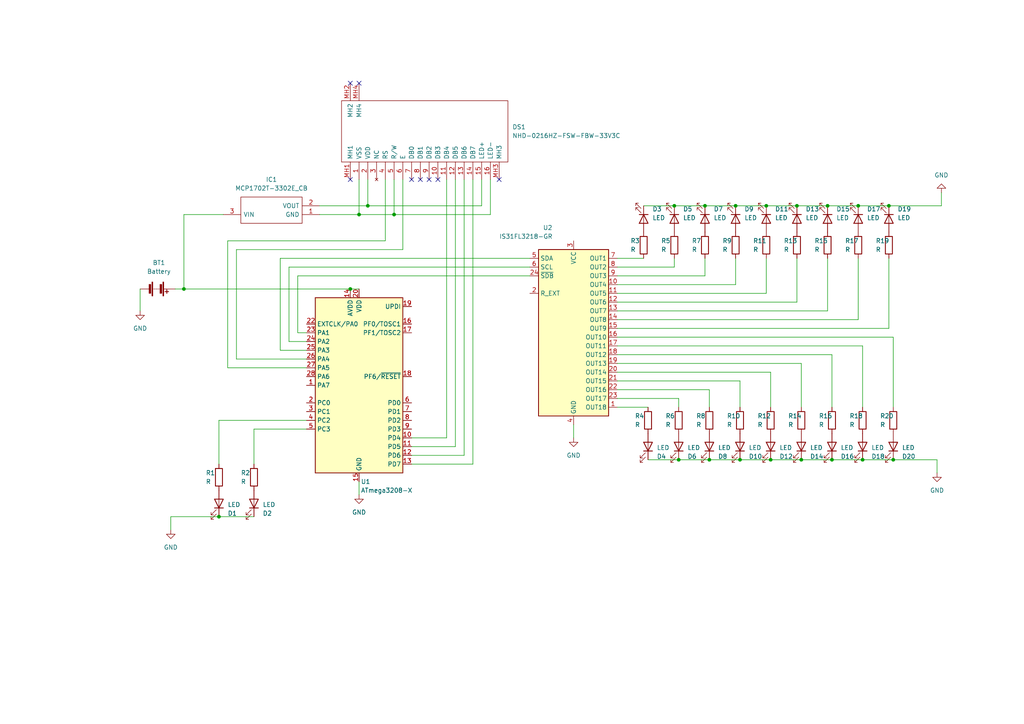
<source format=kicad_sch>
(kicad_sch (version 20211123) (generator eeschema)
  (paper "A4")
  (lib_symbols
    (symbol "Device:Battery" (pin_numbers hide) (pin_names (offset 0) hide)
      (property "Reference" "BT" (at 2.54 2.54 0))
      (property "Value" "Battery" (at 2.54 0 0))
      (symbol "Battery_0_1"
        (rectangle (start -2.032 -1.397) (end 2.032 -1.651) (fill (type outline)))
        (rectangle (start -2.032 1.778) (end 2.032 1.524) (fill (type outline)))
        (rectangle (start -1.3208 -1.9812) (end 1.27 -2.4892) (fill (type outline)))
        (rectangle (start -1.3208 1.1938) (end 1.27 0.6858) (fill (type outline)))
        (polyline (pts (xy 0 -1.524) (xy 0 -1.27)))
        (polyline (pts (xy 0 -1.016) (xy 0 -0.762)))
        (polyline (pts (xy 0 -0.508) (xy 0 -0.254)))
        (polyline (pts (xy 0 0) (xy 0 0.254)))
        (polyline (pts (xy 0 0.508) (xy 0 0.762)))
        (polyline (pts (xy 0 1.778) (xy 0 2.54)))
        (polyline (pts (xy 0.254 2.667) (xy 1.27 2.667)) (stroke (width 0.254)))
        (polyline (pts (xy 0.762 3.175) (xy 0.762 2.159)) (stroke (width 0.254)))
      )
      (symbol "Battery_1_1"
        (pin passive line (at 0 5.08 270) (length 2.54) (name "+") (number "1"))
        (pin passive line (at 0 -5.08 90) (length 2.54) (name "-") (number "2"))
      )
    )
    (symbol "Device:LED" (pin_numbers hide) (pin_names (offset 1.016) hide)
      (property "Reference" "D" (at 0 2.54 0))
      (property "Value" "LED" (at 0 -2.54 0))
      (symbol "LED_0_1"
        (polyline (pts (xy -1.27 -1.27) (xy -1.27 1.27)) (stroke (width 0.254)))
        (polyline (pts (xy -1.27 0) (xy 1.27 0)))
        (polyline (pts (xy 1.27 -1.27) (xy 1.27 1.27) (xy -1.27 0) (xy 1.27 -1.27)) (stroke (width 0.254)))
        (polyline (pts (xy -3.048 -0.762) (xy -4.572 -2.286) (xy -3.81 -2.286) (xy -4.572 -2.286) (xy -4.572 -1.524)))
        (polyline (pts (xy -1.778 -0.762) (xy -3.302 -2.286) (xy -2.54 -2.286) (xy -3.302 -2.286) (xy -3.302 -1.524)))
      )
      (symbol "LED_1_1"
        (pin passive line (at -3.81 0 0) (length 2.54) (name "K") (number "1"))
        (pin passive line (at 3.81 0 180) (length 2.54) (name "A") (number "2"))
      )
    )
    (symbol "Device:R" (pin_numbers hide) (pin_names (offset 0))
      (property "Reference" "R" (at 2.032 0 90))
      (property "Value" "R" (at 0 0 90))
      (symbol "R_0_1"
        (rectangle (start -1.016 -2.54) (end 1.016 2.54) (stroke (width 0.254)))
      )
      (symbol "R_1_1"
        (pin passive line (at 0 3.81 270) (length 1.27) (name "~") (number "1"))
        (pin passive line (at 0 -3.81 90) (length 1.27) (name "~") (number "2"))
      )
    )
    (symbol "Driver_LED:IS31FL3218-GR"
      (property "Reference" "U" (at -10.16 26.035 0))
      (property "Value" "IS31FL3218-GR" (at 2.54 -24.13 0))
      (symbol "IS31FL3218-GR_0_1"
        (rectangle (start -10.16 25.4) (end 10.16 -22.86) (stroke (width 0.254)) (fill (type background)))
      )
      (symbol "IS31FL3218-GR_1_1"
        (pin open_collector line (at 12.7 -20.32 180) (length 2.54) (name "OUT18") (number "1"))
        (pin open_collector line (at 12.7 15.24 180) (length 2.54) (name "OUT4") (number "10"))
        (pin open_collector line (at 12.7 12.7 180) (length 2.54) (name "OUT5") (number "11"))
        (pin open_collector line (at 12.7 10.16 180) (length 2.54) (name "OUT6") (number "12"))
        (pin open_collector line (at 12.7 7.62 180) (length 2.54) (name "OUT7") (number "13"))
        (pin open_collector line (at 12.7 5.08 180) (length 2.54) (name "OUT8") (number "14"))
        (pin open_collector line (at 12.7 2.54 180) (length 2.54) (name "OUT9") (number "15"))
        (pin open_collector line (at 12.7 0 180) (length 2.54) (name "OUT10") (number "16"))
        (pin open_collector line (at 12.7 -2.54 180) (length 2.54) (name "OUT11") (number "17"))
        (pin open_collector line (at 12.7 -5.08 180) (length 2.54) (name "OUT12") (number "18"))
        (pin open_collector line (at 12.7 -7.62 180) (length 2.54) (name "OUT13") (number "19"))
        (pin passive line (at -12.7 12.7 0) (length 2.54) (name "R_EXT") (number "2"))
        (pin open_collector line (at 12.7 -10.16 180) (length 2.54) (name "OUT14") (number "20"))
        (pin open_collector line (at 12.7 -12.7 180) (length 2.54) (name "OUT15") (number "21"))
        (pin open_collector line (at 12.7 -15.24 180) (length 2.54) (name "OUT16") (number "22"))
        (pin open_collector line (at 12.7 -17.78 180) (length 2.54) (name "OUT17") (number "23"))
        (pin input line (at -12.7 17.78 0) (length 2.54) (name "~{SDB}") (number "24"))
        (pin power_in line (at 0 27.94 270) (length 2.54) (name "VCC") (number "3"))
        (pin power_in line (at 0 -25.4 90) (length 2.54) (name "GND") (number "4"))
        (pin bidirectional line (at -12.7 22.86 0) (length 2.54) (name "SDA") (number "5"))
        (pin input line (at -12.7 20.32 0) (length 2.54) (name "SCL") (number "6"))
        (pin open_collector line (at 12.7 22.86 180) (length 2.54) (name "OUT1") (number "7"))
        (pin open_collector line (at 12.7 20.32 180) (length 2.54) (name "OUT2") (number "8"))
        (pin open_collector line (at 12.7 17.78 180) (length 2.54) (name "OUT3") (number "9"))
      )
    )
    (symbol "MCU_Microchip_ATmega:ATmega3208-X"
      (property "Reference" "U" (at -12.7 26.67 0))
      (property "Value" "ATmega3208-X" (at 2.54 -26.67 0))
      (symbol "ATmega3208-X_0_1"
        (rectangle (start -12.7 -25.4) (end 12.7 25.4) (stroke (width 0.254)) (fill (type background)))
      )
      (symbol "ATmega3208-X_1_1"
        (pin bidirectional line (at 15.24 0 180) (length 2.54) (name "PA7") (number "1"))
        (pin bidirectional line (at -15.24 -15.24 0) (length 2.54) (name "PD4") (number "10"))
        (pin bidirectional line (at -15.24 -17.78 0) (length 2.54) (name "PD5") (number "11"))
        (pin bidirectional line (at -15.24 -20.32 0) (length 2.54) (name "PD6") (number "12"))
        (pin bidirectional line (at -15.24 -22.86 0) (length 2.54) (name "PD7") (number "13"))
        (pin power_in line (at 2.54 27.94 270) (length 2.54) (name "AVDD") (number "14"))
        (pin power_in line (at 0 -27.94 90) (length 2.54) (name "GND") (number "15"))
        (pin bidirectional line (at -15.24 17.78 0) (length 2.54) (name "PF0/TOSC1") (number "16"))
        (pin bidirectional line (at -15.24 15.24 0) (length 2.54) (name "PF1/TOSC2") (number "17"))
        (pin bidirectional line (at -15.24 2.54 0) (length 2.54) (name "PF6/~{RESET}") (number "18"))
        (pin bidirectional line (at -15.24 22.86 0) (length 2.54) (name "UPDI") (number "19"))
        (pin bidirectional line (at 15.24 -5.08 180) (length 2.54) (name "PC0") (number "2"))
        (pin power_in line (at 0 27.94 270) (length 2.54) (name "VDD") (number "20"))
        (pin passive line (at 0 -27.94 90) (length 2.54) hide (name "GND") (number "21"))
        (pin bidirectional line (at 15.24 17.78 180) (length 2.54) (name "EXTCLK/PA0") (number "22"))
        (pin bidirectional line (at 15.24 15.24 180) (length 2.54) (name "PA1") (number "23"))
        (pin bidirectional line (at 15.24 12.7 180) (length 2.54) (name "PA2") (number "24"))
        (pin bidirectional line (at 15.24 10.16 180) (length 2.54) (name "PA3") (number "25"))
        (pin bidirectional line (at 15.24 7.62 180) (length 2.54) (name "PA4") (number "26"))
        (pin bidirectional line (at 15.24 5.08 180) (length 2.54) (name "PA5") (number "27"))
        (pin bidirectional line (at 15.24 2.54 180) (length 2.54) (name "PA6") (number "28"))
        (pin bidirectional line (at 15.24 -7.62 180) (length 2.54) (name "PC1") (number "3"))
        (pin bidirectional line (at 15.24 -10.16 180) (length 2.54) (name "PC2") (number "4"))
        (pin bidirectional line (at 15.24 -12.7 180) (length 2.54) (name "PC3") (number "5"))
        (pin bidirectional line (at -15.24 -5.08 0) (length 2.54) (name "PD0") (number "6"))
        (pin bidirectional line (at -15.24 -7.62 0) (length 2.54) (name "PD1") (number "7"))
        (pin bidirectional line (at -15.24 -10.16 0) (length 2.54) (name "PD2") (number "8"))
        (pin bidirectional line (at -15.24 -12.7 0) (length 2.54) (name "PD3") (number "9"))
      )
    )
    (symbol "SamacSys:MCP1702T-3302E_CB" (pin_names (offset 0.762))
      (property "Reference" "IC" (at 24.13 7.62 0))
      (property "Value" "MCP1702T-3302E_CB" (at 24.13 5.08 0))
      (symbol "MCP1702T-3302E_CB_0_0"
        (pin passive line (at 0 0 0) (length 5.08) (name "GND") (number "1"))
        (pin passive line (at 0 -2.54 0) (length 5.08) (name "VOUT") (number "2"))
        (pin passive line (at 27.94 0 180) (length 5.08) (name "VIN") (number "3"))
      )
      (symbol "MCP1702T-3302E_CB_0_1"
        (polyline (pts (xy 5.08 2.54) (xy 22.86 2.54) (xy 22.86 -5.08) (xy 5.08 -5.08) (xy 5.08 2.54)) (stroke (width 0.1524)))
      )
    )
    (symbol "SamacSys:NHD-0216HZ-FSW-FBW-33V3C" (pin_names (offset 0.762))
      (property "Reference" "DS" (at 24.13 7.62 0))
      (property "Value" "NHD-0216HZ-FSW-FBW-33V3C" (at 24.13 5.08 0))
      (symbol "NHD-0216HZ-FSW-FBW-33V3C_0_0"
        (pin passive line (at 0 -2.54 0) (length 5.08) (name "VSS") (number "1"))
        (pin passive line (at 0 -25.4 0) (length 5.08) (name "DB3") (number "10"))
        (pin passive line (at 0 -27.94 0) (length 5.08) (name "DB4") (number "11"))
        (pin passive line (at 0 -30.48 0) (length 5.08) (name "DB5") (number "12"))
        (pin passive line (at 0 -33.02 0) (length 5.08) (name "DB6") (number "13"))
        (pin passive line (at 0 -35.56 0) (length 5.08) (name "DB7") (number "14"))
        (pin passive line (at 0 -38.1 0) (length 5.08) (name "LED+") (number "15"))
        (pin passive line (at 0 -40.64 0) (length 5.08) (name "LED-") (number "16"))
        (pin passive line (at 0 -5.08 0) (length 5.08) (name "VDD") (number "2"))
        (pin no_connect line (at 0 -7.62 0) (length 5.08) (name "NC") (number "3"))
        (pin passive line (at 0 -10.16 0) (length 5.08) (name "RS") (number "4"))
        (pin passive line (at 0 -12.7 0) (length 5.08) (name "R/W") (number "5"))
        (pin passive line (at 0 -15.24 0) (length 5.08) (name "E") (number "6"))
        (pin passive line (at 0 -17.78 0) (length 5.08) (name "DB0") (number "7"))
        (pin passive line (at 0 -20.32 0) (length 5.08) (name "DB1") (number "8"))
        (pin passive line (at 0 -22.86 0) (length 5.08) (name "DB2") (number "9"))
        (pin passive line (at 0 0 0) (length 5.08) (name "MH1") (number "MH1"))
        (pin passive line (at 27.94 0 180) (length 5.08) (name "MH2") (number "MH2"))
        (pin passive line (at 0 -43.18 0) (length 5.08) (name "MH3") (number "MH3"))
        (pin passive line (at 27.94 -2.54 180) (length 5.08) (name "MH4") (number "MH4"))
      )
      (symbol "NHD-0216HZ-FSW-FBW-33V3C_0_1"
        (polyline (pts (xy 5.08 2.54) (xy 22.86 2.54) (xy 22.86 -45.72) (xy 5.08 -45.72) (xy 5.08 2.54)) (stroke (width 0.1524)))
      )
    )
    (symbol "power:GND" (power) (pin_names (offset 0))
      (property "Value" "GND" (at 0 -3.81 0))
      (symbol "GND_0_1"
        (polyline (pts (xy 0 0) (xy 0 -1.27) (xy 1.27 -1.27) (xy 0 -2.54) (xy -1.27 -1.27) (xy 0 -1.27)))
      )
      (symbol "GND_1_1"
        (pin power_in line (at 0 0 270) (length 0) hide (name "GND") (number "1"))
      )
    )
  )
  (junction (at 231.14 59.69))
  (junction (at 222.25 59.69))
  (junction (at 214.63 133.35))
  (junction (at 204.47 59.69))
  (junction (at 196.85 133.35))
  (junction (at 106.68 59.69))
  (junction (at 257.81 59.69))
  (junction (at 205.74 133.35))
  (junction (at 232.41 133.35))
  (junction (at 241.3 133.35))
  (junction (at 250.19 133.35))
  (junction (at 259.08 133.35))
  (junction (at 53.34 83.82))
  (junction (at 63.5 149.86))
  (junction (at 213.36 59.69))
  (junction (at 101.6 83.82))
  (junction (at 104.14 62.23))
  (junction (at 223.52 133.35))
  (junction (at 114.3 62.23))
  (junction (at 248.92 59.69))
  (junction (at 240.03 59.69))
  (junction (at 195.58 59.69))
  (no_connect (at 121.92 52.07))
  (no_connect (at 144.78 52.07))
  (no_connect (at 127 52.07))
  (no_connect (at 124.46 52.07))
  (no_connect (at 119.38 52.07))
  (no_connect (at 104.14 24.13))
  (no_connect (at 101.6 24.13))
  (no_connect (at 101.6 52.07))
  (wire (pts (xy 119.38 129.54) (xy 132.08 129.54)))
  (wire (pts (xy 40.64 83.82) (xy 40.64 90.17)))
  (wire (pts (xy 53.34 83.82) (xy 101.6 83.82)))
  (wire (pts (xy 195.58 59.69) (xy 204.47 59.69)))
  (wire (pts (xy 53.34 83.82) (xy 50.8 83.82)))
  (wire (pts (xy 271.78 137.16) (xy 271.78 133.35)))
  (wire (pts (xy 88.9 99.06) (xy 83.82 99.06)))
  (wire (pts (xy 49.53 153.67) (xy 49.53 149.86)))
  (wire (pts (xy 196.85 115.57) (xy 196.85 118.11)))
  (wire (pts (xy 179.07 77.47) (xy 195.58 77.47)))
  (wire (pts (xy 179.07 100.33) (xy 250.19 100.33)))
  (wire (pts (xy 92.71 62.23) (xy 104.14 62.23)))
  (wire (pts (xy 248.92 74.93) (xy 248.92 92.71)))
  (wire (pts (xy 132.08 129.54) (xy 132.08 52.07)))
  (wire (pts (xy 106.68 52.07) (xy 106.68 59.69)))
  (wire (pts (xy 139.7 59.69) (xy 106.68 59.69)))
  (wire (pts (xy 240.03 74.93) (xy 240.03 90.17)))
  (wire (pts (xy 86.36 96.52) (xy 86.36 80.01)))
  (wire (pts (xy 223.52 107.95) (xy 223.52 118.11)))
  (wire (pts (xy 179.07 115.57) (xy 196.85 115.57)))
  (wire (pts (xy 179.07 102.87) (xy 241.3 102.87)))
  (wire (pts (xy 63.5 121.92) (xy 88.9 121.92)))
  (wire (pts (xy 179.07 85.09) (xy 222.25 85.09)))
  (wire (pts (xy 179.07 97.79) (xy 259.08 97.79)))
  (wire (pts (xy 179.07 82.55) (xy 213.36 82.55)))
  (wire (pts (xy 139.7 52.07) (xy 139.7 59.69)))
  (wire (pts (xy 142.24 52.07) (xy 142.24 62.23)))
  (wire (pts (xy 257.81 74.93) (xy 257.81 95.25)))
  (wire (pts (xy 179.07 107.95) (xy 223.52 107.95)))
  (wire (pts (xy 205.74 113.03) (xy 205.74 118.11)))
  (wire (pts (xy 186.69 59.69) (xy 195.58 59.69)))
  (wire (pts (xy 63.5 149.86) (xy 73.66 149.86)))
  (wire (pts (xy 83.82 99.06) (xy 83.82 77.47)))
  (wire (pts (xy 116.84 52.07) (xy 116.84 72.39)))
  (wire (pts (xy 179.07 118.11) (xy 187.96 118.11)))
  (wire (pts (xy 104.14 52.07) (xy 104.14 62.23)))
  (wire (pts (xy 213.36 74.93) (xy 213.36 82.55)))
  (wire (pts (xy 73.66 134.62) (xy 73.66 124.46)))
  (wire (pts (xy 111.76 69.85) (xy 66.04 69.85)))
  (wire (pts (xy 86.36 80.01) (xy 153.67 80.01)))
  (wire (pts (xy 196.85 133.35) (xy 205.74 133.35)))
  (wire (pts (xy 231.14 59.69) (xy 240.03 59.69)))
  (wire (pts (xy 248.92 59.69) (xy 257.81 59.69)))
  (wire (pts (xy 250.19 100.33) (xy 250.19 118.11)))
  (wire (pts (xy 119.38 127) (xy 129.54 127)))
  (wire (pts (xy 101.6 83.82) (xy 104.14 83.82)))
  (wire (pts (xy 88.9 96.52) (xy 86.36 96.52)))
  (wire (pts (xy 66.04 106.68) (xy 88.9 106.68)))
  (wire (pts (xy 88.9 101.6) (xy 81.28 101.6)))
  (wire (pts (xy 214.63 133.35) (xy 223.52 133.35)))
  (wire (pts (xy 119.38 134.62) (xy 137.16 134.62)))
  (wire (pts (xy 179.07 87.63) (xy 231.14 87.63)))
  (wire (pts (xy 63.5 134.62) (xy 63.5 121.92)))
  (wire (pts (xy 81.28 74.93) (xy 153.67 74.93)))
  (wire (pts (xy 204.47 59.69) (xy 213.36 59.69)))
  (wire (pts (xy 66.04 69.85) (xy 66.04 106.68)))
  (wire (pts (xy 179.07 113.03) (xy 205.74 113.03)))
  (wire (pts (xy 273.05 55.88) (xy 273.05 59.69)))
  (wire (pts (xy 129.54 127) (xy 129.54 52.07)))
  (wire (pts (xy 223.52 133.35) (xy 232.41 133.35)))
  (wire (pts (xy 179.07 90.17) (xy 240.03 90.17)))
  (wire (pts (xy 179.07 74.93) (xy 186.69 74.93)))
  (wire (pts (xy 179.07 105.41) (xy 232.41 105.41)))
  (wire (pts (xy 195.58 74.93) (xy 195.58 77.47)))
  (wire (pts (xy 53.34 62.23) (xy 53.34 83.82)))
  (wire (pts (xy 179.07 110.49) (xy 214.63 110.49)))
  (wire (pts (xy 114.3 52.07) (xy 114.3 62.23)))
  (wire (pts (xy 53.34 62.23) (xy 64.77 62.23)))
  (wire (pts (xy 137.16 134.62) (xy 137.16 52.07)))
  (wire (pts (xy 187.96 133.35) (xy 196.85 133.35)))
  (wire (pts (xy 259.08 97.79) (xy 259.08 118.11)))
  (wire (pts (xy 222.25 59.69) (xy 231.14 59.69)))
  (wire (pts (xy 179.07 92.71) (xy 248.92 92.71)))
  (wire (pts (xy 241.3 133.35) (xy 250.19 133.35)))
  (wire (pts (xy 204.47 74.93) (xy 204.47 80.01)))
  (wire (pts (xy 116.84 72.39) (xy 68.58 72.39)))
  (wire (pts (xy 83.82 77.47) (xy 153.67 77.47)))
  (wire (pts (xy 232.41 133.35) (xy 241.3 133.35)))
  (wire (pts (xy 104.14 62.23) (xy 114.3 62.23)))
  (wire (pts (xy 257.81 59.69) (xy 273.05 59.69)))
  (wire (pts (xy 68.58 104.14) (xy 88.9 104.14)))
  (wire (pts (xy 111.76 52.07) (xy 111.76 69.85)))
  (wire (pts (xy 232.41 105.41) (xy 232.41 118.11)))
  (wire (pts (xy 259.08 133.35) (xy 271.78 133.35)))
  (wire (pts (xy 222.25 74.93) (xy 222.25 85.09)))
  (wire (pts (xy 166.37 123.19) (xy 166.37 127)))
  (wire (pts (xy 92.71 59.69) (xy 106.68 59.69)))
  (wire (pts (xy 213.36 59.69) (xy 222.25 59.69)))
  (wire (pts (xy 104.14 139.7) (xy 104.14 143.51)))
  (wire (pts (xy 142.24 62.23) (xy 114.3 62.23)))
  (wire (pts (xy 214.63 110.49) (xy 214.63 118.11)))
  (wire (pts (xy 240.03 59.69) (xy 248.92 59.69)))
  (wire (pts (xy 179.07 80.01) (xy 204.47 80.01)))
  (wire (pts (xy 73.66 124.46) (xy 88.9 124.46)))
  (wire (pts (xy 68.58 72.39) (xy 68.58 104.14)))
  (wire (pts (xy 231.14 74.93) (xy 231.14 87.63)))
  (wire (pts (xy 134.62 132.08) (xy 134.62 52.07)))
  (wire (pts (xy 179.07 95.25) (xy 257.81 95.25)))
  (wire (pts (xy 49.53 149.86) (xy 63.5 149.86)))
  (wire (pts (xy 81.28 101.6) (xy 81.28 74.93)))
  (wire (pts (xy 241.3 102.87) (xy 241.3 118.11)))
  (wire (pts (xy 205.74 133.35) (xy 214.63 133.35)))
  (wire (pts (xy 119.38 132.08) (xy 134.62 132.08)))
  (wire (pts (xy 250.19 133.35) (xy 259.08 133.35)))
  (symbol (lib_id "Device:LED") (at 63.5 146.05 270) (mirror x) (unit 1)
    (property "Reference" "D1" (at 66.04 148.9076 90) (effects (justify left)))
    (property "Value" "LED" (at 66.04 146.3676 90) (effects (justify left)))
    (property "Footprint" "LED_SMD:LED_0603_1608Metric_Pad1.05x0.95mm_HandSolder" (effects hide))
  )
  (symbol (lib_id "Device:R") (at 248.92 71.12 0) (unit 1)
    (property "Reference" "R17" (at 245.11 69.85 0) (effects (justify left)))
    (property "Value" "R" (at 245.11 72.39 0) (effects (justify left)))
    (property "Footprint" "Resistor_SMD:R_0603_1608Metric_Pad0.98x0.95mm_HandSolder" (effects hide))
  )
  (symbol (lib_id "Device:R") (at 195.58 71.12 0) (unit 1)
    (property "Reference" "R5" (at 191.77 69.85 0) (effects (justify left)))
    (property "Value" "R" (at 191.77 72.39 0) (effects (justify left)))
    (property "Footprint" "Resistor_SMD:R_0603_1608Metric_Pad0.98x0.95mm_HandSolder" (effects hide))
  )
  (symbol (lib_id "Device:R") (at 222.25 71.12 0) (unit 1)
    (property "Reference" "R11" (at 218.44 69.85 0) (effects (justify left)))
    (property "Value" "R" (at 218.44 72.39 0) (effects (justify left)))
    (property "Footprint" "Resistor_SMD:R_0603_1608Metric_Pad0.98x0.95mm_HandSolder" (effects hide))
  )
  (symbol (lib_id "power:GND") (at 273.05 55.88 0) (mirror x) (unit 1)
    (property "Reference" "#PWR06" (effects hide))
    (property "Value" "GND" (at 273.05 50.8 0))
  )
  (symbol (lib_id "Device:R") (at 214.63 121.92 0) (unit 1)
    (property "Reference" "R10" (at 210.82 120.65 0) (effects (justify left)))
    (property "Value" "R" (at 210.82 123.19 0) (effects (justify left)))
    (property "Footprint" "Resistor_SMD:R_0603_1608Metric_Pad0.98x0.95mm_HandSolder" (effects hide))
  )
  (symbol (lib_id "Device:LED") (at 250.19 129.54 270) (mirror x) (unit 1)
    (property "Reference" "D18" (at 252.73 132.3976 90) (effects (justify left)))
    (property "Value" "LED" (at 252.73 129.8576 90) (effects (justify left)))
    (property "Footprint" "LED_SMD:LED_0603_1608Metric_Pad1.05x0.95mm_HandSolder" (effects hide))
  )
  (symbol (lib_id "Device:R") (at 257.81 71.12 0) (unit 1)
    (property "Reference" "R19" (at 254 69.85 0) (effects (justify left)))
    (property "Value" "R" (at 254 72.39 0) (effects (justify left)))
    (property "Footprint" "Resistor_SMD:R_0603_1608Metric_Pad0.98x0.95mm_HandSolder" (effects hide))
  )
  (symbol (lib_id "Device:LED") (at 257.81 63.5 270) (unit 1)
    (property "Reference" "D19" (at 260.35 60.6424 90) (effects (justify left)))
    (property "Value" "LED" (at 260.35 63.1824 90) (effects (justify left)))
    (property "Footprint" "LED_SMD:LED_0603_1608Metric_Pad1.05x0.95mm_HandSolder" (effects hide))
  )
  (symbol (lib_id "SamacSys:NHD-0216HZ-FSW-FBW-33V3C") (at 101.6 52.07 90) (unit 1)
    (property "Reference" "DS1" (at 148.59 36.8299 90) (effects (justify right)))
    (property "Value" "NHD-0216HZ-FSW-FBW-33V3C" (at 148.59 39.3699 90) (effects (justify right)))
    (property "Footprint" "SamacSys:NHD0216HZFSWFBW33V3C" (effects hide))
    (property "Datasheet" "https://datasheet.datasheetarchive.com/originals/distributors/DKDS-17/332304.pdf" (effects hide))
    (property "Description" "LCD Character Display Modules & Accessories FSTN-Wht Transfl 65.5 x 36.7" (effects hide))
    (property "Height" "10.7" (effects hide))
    (property "Mouser Part Number" "763-0216HZFSWFBW33V3" (effects hide))
    (property "Mouser Price/Stock" "https://www.mouser.co.uk/ProductDetail/Newhaven-Display/NHD-0216HZ-FSW-FBW-33V3C?qs=G49gCGQm93iabzPa0D6qJA%3D%3D" (effects hide))
    (property "Manufacturer_Name" "Newhaven Display" (effects hide))
    (property "Manufacturer_Part_Number" "NHD-0216HZ-FSW-FBW-33V3C" (effects hide))
  )
  (symbol (lib_id "Device:LED") (at 73.66 146.05 270) (mirror x) (unit 1)
    (property "Reference" "D2" (at 76.2 148.9076 90) (effects (justify left)))
    (property "Value" "LED" (at 76.2 146.3676 90) (effects (justify left)))
    (property "Footprint" "LED_SMD:LED_0603_1608Metric_Pad1.05x0.95mm_HandSolder" (effects hide))
  )
  (symbol (lib_id "MCU_Microchip_ATmega:ATmega3208-X") (at 104.14 111.76 0) (mirror y) (unit 1)
    (property "Reference" "U1" (at 104.6606 139.7 0) (effects (justify right)))
    (property "Value" "ATmega3208-X" (at 104.6606 142.24 0) (effects (justify right)))
    (property "Footprint" "Package_SO:SSOP-28_5.3x10.2mm_P0.65mm" (effects hide))
    (property "Datasheet" "http://ww1.microchip.com/downloads/en/DeviceDoc/40002018A.pdf" (effects hide))
  )
  (symbol (lib_id "power:GND") (at 166.37 127 0) (unit 1)
    (property "Reference" "#PWR04" (effects hide))
    (property "Value" "GND" (at 166.37 132.08 0))
  )
  (symbol (lib_id "Device:LED") (at 248.92 63.5 270) (unit 1)
    (property "Reference" "D17" (at 251.46 60.6424 90) (effects (justify left)))
    (property "Value" "LED" (at 251.46 63.1824 90) (effects (justify left)))
    (property "Footprint" "LED_SMD:LED_0603_1608Metric_Pad1.05x0.95mm_HandSolder" (effects hide))
  )
  (symbol (lib_id "power:GND") (at 49.53 153.67 0) (unit 1)
    (property "Reference" "#PWR02" (effects hide))
    (property "Value" "GND" (at 49.53 158.75 0))
  )
  (symbol (lib_id "Device:R") (at 63.5 138.43 0) (unit 1)
    (property "Reference" "R1" (at 59.69 137.16 0) (effects (justify left)))
    (property "Value" "R" (at 59.69 139.7 0) (effects (justify left)))
    (property "Footprint" "Resistor_SMD:R_0603_1608Metric_Pad0.98x0.95mm_HandSolder" (effects hide))
  )
  (symbol (lib_id "Device:R") (at 240.03 71.12 0) (unit 1)
    (property "Reference" "R15" (at 236.22 69.85 0) (effects (justify left)))
    (property "Value" "R" (at 236.22 72.39 0) (effects (justify left)))
    (property "Footprint" "Resistor_SMD:R_0603_1608Metric_Pad0.98x0.95mm_HandSolder" (effects hide))
  )
  (symbol (lib_id "Device:R") (at 259.08 121.92 0) (unit 1)
    (property "Reference" "R20" (at 255.27 120.65 0) (effects (justify left)))
    (property "Value" "R" (at 255.27 123.19 0) (effects (justify left)))
    (property "Footprint" "Resistor_SMD:R_0603_1608Metric_Pad0.98x0.95mm_HandSolder" (effects hide))
  )
  (symbol (lib_id "Device:LED") (at 222.25 63.5 270) (unit 1)
    (property "Reference" "D11" (at 224.79 60.6424 90) (effects (justify left)))
    (property "Value" "LED" (at 224.79 63.1824 90) (effects (justify left)))
    (property "Footprint" "LED_SMD:LED_0603_1608Metric_Pad1.05x0.95mm_HandSolder" (effects hide))
  )
  (symbol (lib_id "SamacSys:MCP1702T-3302E_CB") (at 92.71 62.23 180) (unit 1)
    (property "Reference" "IC1" (at 78.74 52.07 0))
    (property "Value" "MCP1702T-3302E_CB" (at 78.74 54.61 0))
    (property "Footprint" "Package_TO_SOT_SMD:SOT-89-3" (effects hide))
    (property "Datasheet" "http://ww1.microchip.com/downloads/en/DeviceDoc/22008E.pdf" (effects hide))
    (property "Description" "250 mA Low Quiescent Current LDO Regulator" (effects hide))
    (property "Height" "1.45" (effects hide))
    (property "Manufacturer_Name" "Microchip" (effects hide))
    (property "Manufacturer_Part_Number" "MCP1702T-3302E/CB" (effects hide))
    (property "Mouser Part Number" "579-MCP1702T3302E/CB" (effects hide))
    (property "Mouser Price/Stock" "https://www.mouser.co.uk/ProductDetail/Microchip-Technology-Atmel/MCP1702T-3302E-CB?qs=Fxu3fLyJv8dNX5C7VXL%252B0A%3D%3D" (effects hide))
    (property "Arrow Part Number" "MCP1702T-3302E/CB" (effects hide))
    (property "Arrow Price/Stock" "https://www.arrow.com/en/products/mcp1702t-3302ecb/microchip-technology?region=nac" (effects hide))
  )
  (symbol (lib_id "Device:LED") (at 259.08 129.54 270) (mirror x) (unit 1)
    (property "Reference" "D20" (at 261.62 132.3976 90) (effects (justify left)))
    (property "Value" "LED" (at 261.62 129.8576 90) (effects (justify left)))
    (property "Footprint" "LED_SMD:LED_0603_1608Metric_Pad1.05x0.95mm_HandSolder" (effects hide))
  )
  (symbol (lib_id "Device:LED") (at 204.47 63.5 270) (unit 1)
    (property "Reference" "D7" (at 207.01 60.6424 90) (effects (justify left)))
    (property "Value" "LED" (at 207.01 63.1824 90) (effects (justify left)))
    (property "Footprint" "LED_SMD:LED_0603_1608Metric_Pad1.05x0.95mm_HandSolder" (effects hide))
  )
  (symbol (lib_id "Device:LED") (at 232.41 129.54 270) (mirror x) (unit 1)
    (property "Reference" "D14" (at 234.95 132.3976 90) (effects (justify left)))
    (property "Value" "LED" (at 234.95 129.8576 90) (effects (justify left)))
    (property "Footprint" "LED_SMD:LED_0603_1608Metric_Pad1.05x0.95mm_HandSolder" (effects hide))
  )
  (symbol (lib_id "Device:LED") (at 231.14 63.5 270) (unit 1)
    (property "Reference" "D13" (at 233.68 60.6424 90) (effects (justify left)))
    (property "Value" "LED" (at 233.68 63.1824 90) (effects (justify left)))
    (property "Footprint" "LED_SMD:LED_0603_1608Metric_Pad1.05x0.95mm_HandSolder" (effects hide))
  )
  (symbol (lib_id "Device:LED") (at 223.52 129.54 270) (mirror x) (unit 1)
    (property "Reference" "D12" (at 226.06 132.3976 90) (effects (justify left)))
    (property "Value" "LED" (at 226.06 129.8576 90) (effects (justify left)))
    (property "Footprint" "LED_SMD:LED_0603_1608Metric_Pad1.05x0.95mm_HandSolder" (effects hide))
  )
  (symbol (lib_id "Device:LED") (at 196.85 129.54 270) (mirror x) (unit 1)
    (property "Reference" "D6" (at 199.39 132.3976 90) (effects (justify left)))
    (property "Value" "LED" (at 199.39 129.8576 90) (effects (justify left)))
    (property "Footprint" "LED_SMD:LED_0603_1608Metric_Pad1.05x0.95mm_HandSolder" (effects hide))
  )
  (symbol (lib_id "Device:R") (at 204.47 71.12 0) (unit 1)
    (property "Reference" "R7" (at 200.66 69.85 0) (effects (justify left)))
    (property "Value" "R" (at 200.66 72.39 0) (effects (justify left)))
    (property "Footprint" "Resistor_SMD:R_0603_1608Metric_Pad0.98x0.95mm_HandSolder" (effects hide))
  )
  (symbol (lib_id "Device:R") (at 205.74 121.92 0) (unit 1)
    (property "Reference" "R8" (at 201.93 120.65 0) (effects (justify left)))
    (property "Value" "R" (at 201.93 123.19 0) (effects (justify left)))
    (property "Footprint" "Resistor_SMD:R_0603_1608Metric_Pad0.98x0.95mm_HandSolder" (effects hide))
  )
  (symbol (lib_id "power:GND") (at 40.64 90.17 0) (unit 1)
    (property "Reference" "#PWR01" (effects hide))
    (property "Value" "GND" (at 40.64 95.25 0))
  )
  (symbol (lib_id "Device:R") (at 223.52 121.92 0) (unit 1)
    (property "Reference" "R12" (at 219.71 120.65 0) (effects (justify left)))
    (property "Value" "R" (at 219.71 123.19 0) (effects (justify left)))
    (property "Footprint" "Resistor_SMD:R_0603_1608Metric_Pad0.98x0.95mm_HandSolder" (effects hide))
  )
  (symbol (lib_id "Device:R") (at 232.41 121.92 0) (unit 1)
    (property "Reference" "R14" (at 228.6 120.65 0) (effects (justify left)))
    (property "Value" "R" (at 228.6 123.19 0) (effects (justify left)))
    (property "Footprint" "Resistor_SMD:R_0603_1608Metric_Pad0.98x0.95mm_HandSolder" (effects hide))
  )
  (symbol (lib_id "Device:R") (at 73.66 138.43 0) (unit 1)
    (property "Reference" "R2" (at 69.85 137.16 0) (effects (justify left)))
    (property "Value" "R" (at 69.85 139.7 0) (effects (justify left)))
    (property "Footprint" "Resistor_SMD:R_0603_1608Metric_Pad0.98x0.95mm_HandSolder" (effects hide))
  )
  (symbol (lib_id "Device:LED") (at 214.63 129.54 270) (mirror x) (unit 1)
    (property "Reference" "D10" (at 217.17 132.3976 90) (effects (justify left)))
    (property "Value" "LED" (at 217.17 129.8576 90) (effects (justify left)))
    (property "Footprint" "LED_SMD:LED_0603_1608Metric_Pad1.05x0.95mm_HandSolder" (effects hide))
  )
  (symbol (lib_id "Device:LED") (at 195.58 63.5 270) (unit 1)
    (property "Reference" "D5" (at 198.12 60.6424 90) (effects (justify left)))
    (property "Value" "LED" (at 198.12 63.1824 90) (effects (justify left)))
    (property "Footprint" "LED_SMD:LED_0603_1608Metric_Pad1.05x0.95mm_HandSolder" (effects hide))
  )
  (symbol (lib_id "Device:R") (at 250.19 121.92 0) (unit 1)
    (property "Reference" "R18" (at 246.38 120.65 0) (effects (justify left)))
    (property "Value" "R" (at 246.38 123.19 0) (effects (justify left)))
    (property "Footprint" "Resistor_SMD:R_0603_1608Metric_Pad0.98x0.95mm_HandSolder" (effects hide))
  )
  (symbol (lib_id "Driver_LED:IS31FL3218-GR") (at 166.37 97.79 0) (unit 1)
    (property "Reference" "U2" (at 157.48 66.04 0) (effects (justify left)))
    (property "Value" "IS31FL3218-GR" (at 144.78 68.58 0) (effects (justify left)))
    (property "Footprint" "Package_SO:SOP-24_7.5x15.4mm_P1.27mm" (effects hide))
    (property "Datasheet" "http://www.issi.com/WW/pdf/31FL3218.pdf" (effects hide))
  )
  (symbol (lib_id "Device:LED") (at 205.74 129.54 270) (mirror x) (unit 1)
    (property "Reference" "D8" (at 208.28 132.3976 90) (effects (justify left)))
    (property "Value" "LED" (at 208.28 129.8576 90) (effects (justify left)))
    (property "Footprint" "LED_SMD:LED_0603_1608Metric_Pad1.05x0.95mm_HandSolder" (effects hide))
  )
  (symbol (lib_id "Device:R") (at 241.3 121.92 0) (unit 1)
    (property "Reference" "R16" (at 237.49 120.65 0) (effects (justify left)))
    (property "Value" "R" (at 237.49 123.19 0) (effects (justify left)))
    (property "Footprint" "Resistor_SMD:R_0603_1608Metric_Pad0.98x0.95mm_HandSolder" (effects hide))
  )
  (symbol (lib_id "Device:LED") (at 186.69 63.5 270) (unit 1)
    (property "Reference" "D3" (at 189.23 60.6424 90) (effects (justify left)))
    (property "Value" "LED" (at 189.23 63.1824 90) (effects (justify left)))
    (property "Footprint" "LED_SMD:LED_0603_1608Metric_Pad1.05x0.95mm_HandSolder" (effects hide))
  )
  (symbol (lib_id "Device:R") (at 231.14 71.12 0) (unit 1)
    (property "Reference" "R13" (at 227.33 69.85 0) (effects (justify left)))
    (property "Value" "R" (at 227.33 72.39 0) (effects (justify left)))
    (property "Footprint" "Resistor_SMD:R_0603_1608Metric_Pad0.98x0.95mm_HandSolder" (effects hide))
  )
  (symbol (lib_id "Device:LED") (at 187.96 129.54 270) (mirror x) (unit 1)
    (property "Reference" "D4" (at 190.5 132.3976 90) (effects (justify left)))
    (property "Value" "LED" (at 190.5 129.8576 90) (effects (justify left)))
    (property "Footprint" "LED_SMD:LED_0603_1608Metric_Pad1.05x0.95mm_HandSolder" (effects hide))
  )
  (symbol (lib_id "power:GND") (at 271.78 137.16 0) (unit 1)
    (property "Reference" "#PWR05" (effects hide))
    (property "Value" "GND" (at 271.78 142.24 0))
  )
  (symbol (lib_id "Device:LED") (at 240.03 63.5 270) (unit 1)
    (property "Reference" "D15" (at 242.57 60.6424 90) (effects (justify left)))
    (property "Value" "LED" (at 242.57 63.1824 90) (effects (justify left)))
    (property "Footprint" "LED_SMD:LED_0603_1608Metric_Pad1.05x0.95mm_HandSolder" (effects hide))
  )
  (symbol (lib_id "Device:Battery") (at 45.72 83.82 270) (unit 1)
    (property "Reference" "BT1" (at 46.101 76.2 90))
    (property "Value" "Battery" (at 46.101 78.74 90))
    (property "Footprint" "Battery:BatteryHolder_Keystone_2462_2xAA" (effects hide))
  )
  (symbol (lib_id "Device:R") (at 186.69 71.12 0) (unit 1)
    (property "Reference" "R3" (at 182.88 69.85 0) (effects (justify left)))
    (property "Value" "R" (at 182.88 72.39 0) (effects (justify left)))
    (property "Footprint" "Resistor_SMD:R_0603_1608Metric_Pad0.98x0.95mm_HandSolder" (effects hide))
  )
  (symbol (lib_id "power:GND") (at 104.14 143.51 0) (unit 1)
    (property "Reference" "#PWR03" (effects hide))
    (property "Value" "GND" (at 104.14 148.59 0))
  )
  (symbol (lib_id "Device:LED") (at 241.3 129.54 270) (mirror x) (unit 1)
    (property "Reference" "D16" (at 243.84 132.3976 90) (effects (justify left)))
    (property "Value" "LED" (at 243.84 129.8576 90) (effects (justify left)))
    (property "Footprint" "LED_SMD:LED_0603_1608Metric_Pad1.05x0.95mm_HandSolder" (effects hide))
  )
  (symbol (lib_id "Device:R") (at 213.36 71.12 0) (unit 1)
    (property "Reference" "R9" (at 209.55 69.85 0) (effects (justify left)))
    (property "Value" "R" (at 209.55 72.39 0) (effects (justify left)))
    (property "Footprint" "Resistor_SMD:R_0603_1608Metric_Pad0.98x0.95mm_HandSolder" (effects hide))
  )
  (symbol (lib_id "Device:LED") (at 213.36 63.5 270) (unit 1)
    (property "Reference" "D9" (at 215.9 60.6424 90) (effects (justify left)))
    (property "Value" "LED" (at 215.9 63.1824 90) (effects (justify left)))
    (property "Footprint" "LED_SMD:LED_0603_1608Metric_Pad1.05x0.95mm_HandSolder" (effects hide))
  )
  (symbol (lib_id "Device:R") (at 187.96 121.92 0) (unit 1)
    (property "Reference" "R4" (at 184.15 120.65 0) (effects (justify left)))
    (property "Value" "R" (at 184.15 123.19 0) (effects (justify left)))
    (property "Footprint" "Resistor_SMD:R_0603_1608Metric_Pad0.98x0.95mm_HandSolder" (effects hide))
  )
  (symbol (lib_id "Device:R") (at 196.85 121.92 0) (unit 1)
    (property "Reference" "R6" (at 193.04 120.65 0) (effects (justify left)))
    (property "Value" "R" (at 193.04 123.19 0) (effects (justify left)))
    (property "Footprint" "Resistor_SMD:R_0603_1608Metric_Pad0.98x0.95mm_HandSolder" (effects hide))
  )
)
</source>
